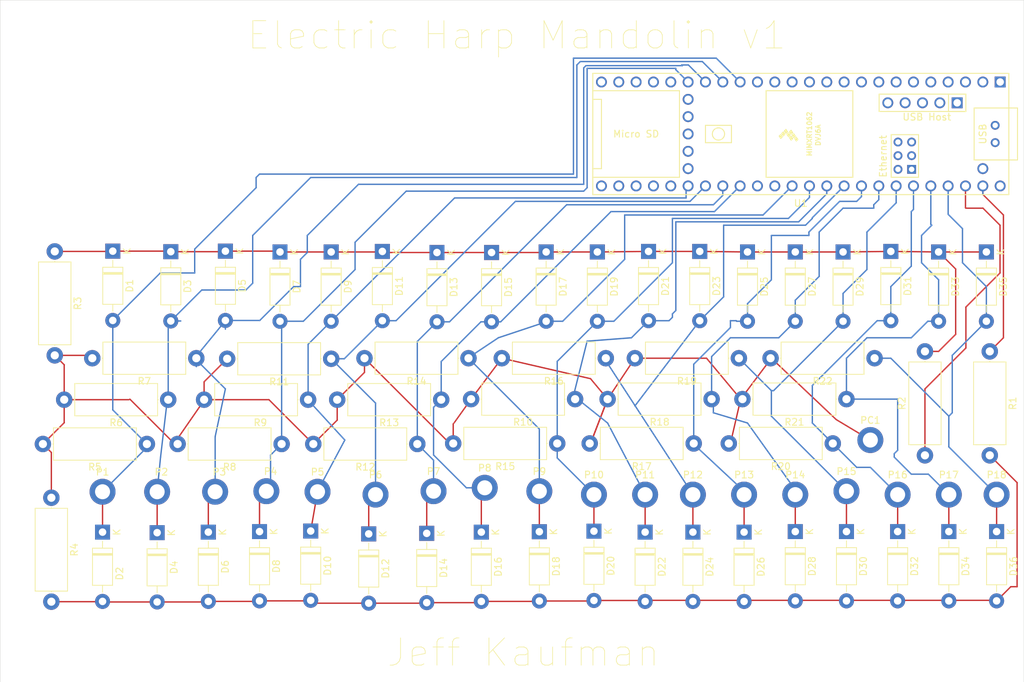
<source format=kicad_pcb>
(kicad_pcb (version 20240108) (generator "pcbnew") (generator_version "8.0")
  (layers (0 "F.Cu" signal) (31 "B.Cu" signal) (34 "B.Paste" user) (35 "F.Paste" user) (36 "B.SilkS" user "B.Silkscreen") (37 "F.SilkS" user "F.Silkscreen") (38 "B.Mask" user) (39 "F.Mask" user) (44 "Edge.Cuts" user))
  (net 0 "")
  (net 1 "Net-(D1-A)")
  (net 2 "Net-(D10-A)")
  (net 3 "Net-(R2-Pad1)")
  (net 4 "Net-(D21-A)")
  (net 6 "Net-(D25-A)")
  (net 12 "Net-(D27-A)")
  (net 13 "Net-(D29-A)")
  (net 14 "Net-(D31-A)")
  (net 17 "Net-(D33-A)")
  (net 22 "Net-(D35-A)")
  (net 32 "Net-(D1-K)")
  (net 33 "Net-(D3-A)")
  (net 34 "Net-(D5-A)")
  (net 35 "Net-(D7-A)")
  (net 36 "Net-(D10-K)")
  (net 37 "Net-(D11-A)")
  (net 38 "Net-(D13-A)")
  (net 39 "Net-(D15-A)")
  (net 40 "Net-(D17-A)")
  (net 41 "Net-(D19-A)")
  (net 44 "Net-(R1-Pad1)")
  (net 46 "Net-(PC1-Pad1)")
  (net 70 "Net-(D23-A)")
  (footprint "MountingHole:MountingHole_4mm" (layer "F.Cu") (at 51.5 159)
    (property "Reference" "REF**" (hide yes))
    (property "Value" "MountingHole_4mm" (hide yes))
  )
  (footprint "Diode_THT:D_DO-41_SOD81_P10.16mm_Horizontal" (layer "F.Cu") (at 162.5 142.42 -90)
    (property "Reference" "D28")
    (property "Value" "1N5819")
  )
  (footprint "Resistor_THT:R_Axial_DIN0414_L11.9mm_D4.5mm_P15.24mm_Horizontal" (layer "F.Cu") (at 110.62 123.08 180)
    (property "Reference" "R13")
    (property "Value" "1MΩ")
  )
  (footprint "MountingHole:MountingHole_2.2mm_M2_DIN965_Pad" (layer "F.Cu") (at 77.5 136.58)
    (property "Reference" "P3")
    (property "Value" "piezo")
  )
  (footprint "Resistor_THT:R_Axial_DIN0414_L11.9mm_D4.5mm_P15.24mm_Horizontal" (layer "F.Cu") (at 181.5 131.24 90)
    (property "Reference" "R2")
    (property "Value" "10kΩ")
  )
  (footprint "Diode_THT:D_DO-41_SOD81_P10.16mm_Horizontal" (layer "F.Cu") (at 87 101.42 -90)
    (property "Reference" "D7")
    (property "Value" "1N5819")
  )
  (footprint "Diode_THT:D_DO-41_SOD81_P10.16mm_Horizontal" (layer "F.Cu") (at 148.5 101.34 -90)
    (property "Reference" "D23")
    (property "Value" "1N5819")
  )
  (footprint "Diode_THT:D_DO-41_SOD81_P10.16mm_Horizontal" (layer "F.Cu") (at 133 142.36 -90)
    (property "Reference" "D20")
    (property "Value" "1N5819")
  )
  (footprint "Diode_THT:D_DO-41_SOD81_P10.16mm_Horizontal" (layer "F.Cu") (at 118 101.5 -90)
    (property "Reference" "D15")
    (property "Value" "1N5819")
  )
  (footprint "Resistor_THT:R_Axial_DIN0414_L11.9mm_D4.5mm_P15.24mm_Horizontal" (layer "F.Cu") (at 154.24 117 180)
    (property "Reference" "R19")
    (property "Value" "1MΩ")
  )
  (footprint "Diode_THT:D_DO-41_SOD81_P10.16mm_Horizontal" (layer "F.Cu") (at 61 142.5 -90)
    (property "Reference" "D2")
    (property "Value" "1N5819")
  )
  (footprint "Diode_THT:D_DO-41_SOD81_P10.16mm_Horizontal" (layer "F.Cu") (at 192 142.42 -90)
    (property "Reference" "D36")
    (property "Value" "1N5819")
  )
  (footprint "Teensy:Teensy41" (layer "F.Cu") (at 163.31 84.12 180)
    (property "Reference" "U1")
    (property "Value" "Teensy4.1")
  )
  (footprint "MountingHole:MountingHole_2.2mm_M2_DIN965_Pad" (layer "F.Cu") (at 185 137)
    (property "Reference" "P17")
    (property "Value" "piezo")
  )
  (footprint "Resistor_THT:R_Axial_DIN0414_L11.9mm_D4.5mm_P15.24mm_Horizontal" (layer "F.Cu") (at 70.62 123.08 180)
    (property "Reference" "R6")
    (property "Value" "1MΩ")
  )
  (footprint "Resistor_THT:R_Axial_DIN0414_L11.9mm_D4.5mm_P15.24mm_Horizontal" (layer "F.Cu") (at 130.24 123 180)
    (property "Reference" "R10")
    (property "Value" "1MΩ")
  )
  (footprint "Diode_THT:D_DO-41_SOD81_P10.16mm_Horizontal" (layer "F.Cu") (at 169.5 101.42 -90)
    (property "Reference" "D29")
    (property "Value" "1N5819")
  )
  (footprint "MountingHole:MountingHole_2.2mm_M2_DIN965_Pad" (layer "F.Cu") (at 101 137)
    (property "Reference" "P6")
    (property "Value" "piezo")
  )
  (footprint "Resistor_THT:R_Axial_DIN0414_L11.9mm_D4.5mm_P15.24mm_Horizontal" (layer "F.Cu") (at 114.62 117 180)
    (property "Reference" "R14")
    (property "Value" "1MΩ")
  )
  (footprint "MountingHole:MountingHole_4mm" (layer "F.Cu") (at 51.5 70)
    (property "Reference" "REF**" (hide yes))
    (property "Value" "MountingHole_4mm" (hide yes))
  )
  (footprint "Diode_THT:D_DO-41_SOD81_P10.16mm_Horizontal" (layer "F.Cu") (at 102 101.34 -90)
    (property "Reference" "D11")
    (property "Value" "1N5819")
  )
  (footprint "MountingHole:MountingHole_2.2mm_M2_DIN965_Pad" (layer "F.Cu") (at 170 136.5)
    (property "Reference" "P15")
    (property "Value" "piezo")
  )
  (footprint "Diode_THT:D_DO-41_SOD81_P10.16mm_Horizontal" (layer "F.Cu") (at 84 142.42 -90)
    (property "Reference" "D8")
    (property "Value" "1N5819")
  )
  (footprint "Diode_THT:D_DO-41_SOD81_P10.16mm_Horizontal" (layer "F.Cu") (at 100 142.76 -90)
    (property "Reference" "D12")
    (property "Value" "1N5819")
  )
  (footprint "Diode_THT:D_DO-41_SOD81_P10.16mm_Horizontal" (layer "F.Cu") (at 94.5 101.42 -90)
    (property "Reference" "D9")
    (property "Value" "1N5819")
  )
  (footprint "Diode_THT:D_DO-41_SOD81_P10.16mm_Horizontal" (layer "F.Cu") (at 162.5 101.42 -90)
    (property "Reference" "D27")
    (property "Value" "1N5819")
  )
  (footprint "MountingHole:MountingHole_2.2mm_M2_DIN965_Pad" (layer "F.Cu") (at 147.5 137)
    (property "Reference" "P12")
    (property "Value" "piezo")
  )
  (footprint "MountingHole:MountingHole_2.2mm_M2_DIN965_Pad" (layer "F.Cu") (at 155 137)
    (property "Reference" "P13")
    (property "Value" "piezo")
  )
  (footprint "Diode_THT:D_DO-41_SOD81_P10.16mm_Horizontal" (layer "F.Cu") (at 91.5 142.34 -90)
    (property "Reference" "D10")
    (property "Value" "1N5819")
  )
  (footprint "Diode_THT:D_DO-41_SOD81_P10.16mm_Horizontal" (layer "F.Cu") (at 133.5 101.42 -90)
    (property "Reference" "D19")
    (property "Value" "1N5819")
  )
  (footprint "MountingHole:MountingHole_2.2mm_M2_DIN965_Pad" (layer "F.Cu") (at 140.5 137)
    (property "Reference" "P11")
    (property "Value" "piezo")
  )
  (footprint "Resistor_THT:R_Axial_DIN0414_L11.9mm_D4.5mm_P15.24mm_Horizontal" (layer "F.Cu") (at 94.5 117.08 180)
    (property "Reference" "R11")
    (property "Value" "1MΩ")
  )
  (footprint "Diode_THT:D_DO-41_SOD81_P10.16mm_Horizontal" (layer "F.Cu") (at 108.5 142.68 -90)
    (property "Reference" "D14")
    (property "Value" "1N5819")
  )
  (footprint "Diode_THT:D_DO-41_SOD81_P10.16mm_Horizontal" (layer "F.Cu") (at 116.5 142.5 -90)
    (property "Reference" "D16")
    (property "Value" "1N5819")
  )
  (footprint "Resistor_THT:R_Axial_DIN0414_L11.9mm_D4.5mm_P15.24mm_Horizontal" (layer "F.Cu") (at 54 101.34 -90)
    (property "Reference" "R3")
    (property "Value" "10kΩ")
  )
  (footprint "MountingHole:MountingHole_2.2mm_M2_DIN965_Pad" (layer "F.Cu") (at 162.5 137)
    (property "Reference" "P14")
    (property "Value" "piezo")
  )
  (footprint "MountingHole:MountingHole_2.2mm_M2_DIN965_Pad" (layer "F.Cu") (at 125 136.5)
    (property "Reference" "P9")
    (property "Value" "piezo")
  )
  (footprint "Resistor_THT:R_Axial_DIN0414_L11.9mm_D4.5mm_P15.24mm_Horizontal" (layer "F.Cu") (at 74.74 117 180)
    (property "Reference" "R7")
    (property "Value" "1MΩ")
  )
  (footprint "Resistor_THT:R_Axial_DIN0414_L11.9mm_D4.5mm_P15.24mm_Horizontal" (layer "F.Cu") (at 174.12 117 180)
    (property "Reference" "R22")
    (property "Value" "1MΩ")
  )
  (footprint "Diode_THT:D_DO-41_SOD81_P10.16mm_Horizontal" (layer "F.Cu") (at 185 142.42 -90)
    (property "Reference" "D34")
    (property "Value" "1N5819")
  )
  (footprint "MountingHole:MountingHole_2.2mm_M2_DIN965_Pad" (layer "F.Cu") (at 109.5 136.5)
    (property "Reference" "P7")
    (property "Value" "piezo")
  )
  (footprint "Diode_THT:D_DO-41_SOD81_P10.16mm_Horizontal" (layer "F.Cu") (at 170 142.42 -90)
    (property "Reference" "D30")
    (property "Value" "1N5819")
  )
  (footprint "Diode_THT:D_DO-41_SOD81_P10.16mm_Horizontal" (layer "F.Cu") (at 177.5 142.42 -90)
    (property "Reference" "D32")
    (property "Value" "1N5819")
  )
  (footprint "Resistor_THT:R_Axial_DIN0414_L11.9mm_D4.5mm_P15.24mm_Horizontal" (layer "F.Cu") (at 87.24 129.58 180)
    (property "Reference" "R8")
    (property "Value" "1MΩ")
  )
  (footprint "MountingHole:MountingHole_4mm" (layer "F.Cu") (at 190.5 70)
    (property "Reference" "REF**" (hide yes))
    (property "Value" "MountingHole_4mm" (hide yes))
  )
  (footprint "Resistor_THT:R_Axial_DIN0414_L11.9mm_D4.5mm_P15.24mm_Horizontal" (layer "F.Cu") (at 127.62 129.5 180)
    (property "Reference" "R15")
    (property "Value" "1MΩ")
  )
  (footprint "Diode_THT:D_DO-41_SOD81_P10.16mm_Horizontal" (layer "F.Cu") (at 141 101.34 -90)
    (property "Reference" "D21")
    (property "Value" "1N5819")
  )
  (footprint "Resistor_THT:R_Axial_DIN0414_L11.9mm_D4.5mm_P15.24mm_Horizontal" (layer "F.Cu") (at 53.5 137.46 -90)
    (property "Reference" "R4")
    (property "Value" "10kΩ")
  )
  (footprint "Diode_THT:D_DO-41_SOD81_P10.16mm_Horizontal" (layer "F.Cu") (at 69 142.58 -90)
    (property "Reference" "D4")
    (property "Value" "1N5819")
  )
  (footprint "Diode_THT:D_DO-41_SOD81_P10.16mm_Horizontal" (layer "F.Cu") (at 155 142.5 -90)
    (property "Reference" "D26")
    (property "Value" "1N5819")
  )
  (footprint "Diode_THT:D_DO-41_SOD81_P10.16mm_Horizontal" (layer "F.Cu") (at 140.5 142.5 -90)
    (property "Reference" "D22")
    (property "Value" "1N5819")
  )
  (footprint "Diode_THT:D_DO-41_SOD81_P10.16mm_Horizontal" (layer "F.Cu") (at 176.5 101.34 -90)
    (property "Reference" "D31")
    (property "Value" "1N5819")
  )
  (footprint "MountingHole:MountingHole_2.2mm_M2_DIN965_Pad" (layer "F.Cu") (at 69 136.58)
    (property "Reference" "P2")
    (property "Value" "piezo")
  )
  (footprint "Diode_THT:D_DO-41_SOD81_P10.16mm_Horizontal" (layer "F.Cu") (at 147.5 142.5 -90)
    (property "Reference" "D24")
    (property "Value" "1N5819")
  )
  (footprint "MountingHole:MountingHole_4mm" (layer "F.Cu") (at 190.5 159)
    (property "Reference" "REF**" (hide yes))
    (property "Value" "MountingHole_4mm" (hide yes))
  )
  (footprint "Resistor_THT:R_Axial_DIN0414_L11.9mm_D4.5mm_P15.24mm_Horizontal" (layer "F.Cu") (at 91.12 123.08 180)
    (property "Reference" "R9")
    (property "Value" "1MΩ")
  )
  (footprint "Diode_THT:D_DO-41_SOD81_P10.16mm_Horizontal" (layer "F.Cu") (at 155.5 101.42 -90)
    (property "Reference" "D25")
    (property "Value" "1N5819")
  )
  (footprint "MountingHole:MountingHole_2.2mm_M2_DIN965_Pad" (layer "F.Cu") (at 117 136)
    (property "Reference" "P8")
    (property "Value" "piezo")
  )
  (footprint "Diode_THT:D_DO-41_SOD81_P10.16mm_Horizontal" (layer "F.Cu") (at 183.5 101.42 -90)
    (property "Reference" "D33")
    (property "Value" "1N5819")
  )
  (footprint "MountingHole:MountingHole_2.2mm_M2_DIN965_Pad" (layer "F.Cu") (at 92.5 136.58)
    (property "Reference" "P5")
    (property "Value" "piezo")
  )
  (footprint "MountingHole:MountingHole_2.2mm_M2_DIN965_Pad" (layer "F.Cu") (at 133 137)
    (property "Reference" "P10")
    (property "Value" "piezo")
  )
  (footprint "Diode_THT:D_DO-41_SOD81_P10.16mm_Horizontal" (layer "F.Cu") (at 126 101.42 -90)
    (property "Reference" "D17")
    (property "Value" "1N5819")
  )
  (footprint "MountingHole:MountingHole_2.2mm_M2_DIN965_Pad" (layer "F.Cu") (at 61 136.58)
    (property "Reference" "P1")
    (property "Value" "piezo")
  )
  (footprint "Resistor_THT:R_Axial_DIN0414_L11.9mm_D4.5mm_P15.24mm_Horizontal" (layer "F.Cu") (at 191 116 -90)
    (property "Reference" "R1")
    (property "Value" "10kΩ")
  )
  (footprint "Diode_THT:D_DO-41_SOD81_P10.16mm_Horizontal" (layer "F.Cu") (at 79 101.3 -90)
    (property "Reference" "D5")
    (property "Value" "1N5819")
  )
  (footprint "Resistor_THT:R_Axial_DIN0414_L11.9mm_D4.5mm_P15.24mm_Horizontal" (layer "F.Cu") (at 150.24 123 180)
    (property "Reference" "R18")
    (property "Value" "1MΩ")
  )
  (footprint "Resistor_THT:R_Axial_DIN0414_L11.9mm_D4.5mm_P15.24mm_Horizontal" (layer "F.Cu") (at 67.5 129.58 180)
    (property "Reference" "R5")
    (property "Value" "1MΩ")
  )
  (footprint "Resistor_THT:R_Axial_DIN0414_L11.9mm_D4.5mm_P15.24mm_Horizontal" (layer "F.Cu") (at 168 129.5 180)
    (property "Reference" "R20")
    (property "Value" "1MΩ")
  )
  (footprint "Diode_THT:D_DO-41_SOD81_P10.16mm_Horizontal" (layer "F.Cu") (at 71 101.38 -90)
    (property "Reference" "D3")
    (property "Value" "1N5819")
  )
  (footprint "Resistor_THT:R_Axial_DIN0414_L11.9mm_D4.5mm_P15.24mm_Horizontal" (layer "F.Cu") (at 134.74 117 180)
    (property "Reference" "R16")
    (property "Value" "1MΩ")
  )
  (footprint "Diode_THT:D_DO-41_SOD81_P10.16mm_Horizontal" (layer "F.Cu") (at 110 101.5 -90)
    (property "Reference" "D13")
    (property "Value" "1N5819")
  )
  (footprint "Diode_THT:D_DO-41_SOD81_P10.16mm_Horizontal" (layer "F.Cu") (at 190.5 101.42 -90)
    (property "Reference" "D35")
    (property "Value" "1N5819")
  )
  (footprint "Diode_THT:D_DO-41_SOD81_P10.16mm_Horizontal" (layer "F.Cu") (at 76.5 142.5 -90)
    (property "Reference" "D6")
    (property "Value" "1N5819")
  )
  (footprint "Resistor_THT:R_Axial_DIN0414_L11.9mm_D4.5mm_P15.24mm_Horizontal" (layer "F.Cu") (at 147.62 129.5 180)
    (property "Reference" "R17")
    (property "Value" "1MΩ")
  )
  (footprint "Diode_THT:D_DO-41_SOD81_P10.16mm_Horizontal" (layer "F.Cu") (at 62.5 101.3 -90)
    (property "Reference" "D1")
    (property "Value" "1N5819")
  )
  (footprint "Diode_THT:D_DO-41_SOD81_P10.16mm_Horizontal" (layer "F.Cu") (at 125 142.44 -90)
    (property "Reference" "D18")
    (property "Value" "1N5819")
  )
  (footprint "MountingHole:MountingHole_2.2mm_M2_DIN965_Pad" (layer "F.Cu") (at 85 136.5)
    (property "Reference" "P4")
    (property "Value" "piezo")
  )
  (footprint "MountingHole:MountingHole_2.2mm_M2_DIN965_Pad" (layer "F.Cu") (at 192 137)
    (property "Reference" "P18")
    (property "Value" "piezo")
  )
  (footprint "Resistor_THT:R_Axial_DIN0414_L11.9mm_D4.5mm_P15.24mm_Horizontal" (layer "F.Cu") (at 107.12 129.58 180)
    (property "Reference" "R12")
    (property "Value" "1MΩ")
  )
  (footprint "MountingHole:MountingHole_2.2mm_M2_DIN965_Pad" (layer "F.Cu") (at 177.5 137)
    (property "Reference" "P16")
    (property "Value" "piezo")
  )
  (footprint "Resistor_THT:R_Axial_DIN0414_L11.9mm_D4.5mm_P15.24mm_Horizontal" (layer "F.Cu") (at 170 123 180)
    (property "Reference" "R21")
    (property "Value" "1MΩ")
  )
  (footprint "MountingHole:MountingHole_2.2mm_M2_DIN965_Pad" (layer "F.Cu") (at 173.5 129)
    (property "Reference" "PC1")
    (property "Value" "piezo ground")
  )
  (gr_line (start 71.5 129.5) (end 65 123) (stroke (width 0.2)) (layer "F.Cu") (net 46))
  (gr_line (start 154.5 123) (end 153 129.5) (stroke (width 0.2)) (layer "F.Cu") (net 46))
  (gr_line (start 177 152.5) (end 185 152.5) (stroke (width 0.2)) (layer "F.Cu") (net 2))
  (gr_line (start 185 152.5) (end 192 152.5) (stroke (width 0.2)) (layer "F.Cu") (net 2))
  (gr_line (start 115 123) (end 119.5 117) (stroke (width 0.2)) (layer "F.Cu") (net 46))
  (gr_line (start 154.5 152.5) (end 162.5 152.5) (stroke (width 0.2)) (layer "F.Cu") (net 2))
  (gr_line (start 162.5 152.5) (end 169.5 152.5) (stroke (width 0.2)) (layer "F.Cu") (net 2))
  (gr_line (start 71.5 129.5) (end 76 123) (stroke (width 0.2)) (layer "F.Cu") (net 46))
  (gr_line (start 185 142.42) (end 185 137) (stroke (width 0.2)) (layer "F.Cu") (net 17))
  (gr_line (start 169.5 152.5) (end 177 152.5) (stroke (width 0.2)) (layer "F.Cu") (net 2))
  (gr_line (start 170 142.42) (end 170 136.5) (stroke (width 0.2)) (layer "F.Cu") (net 13))
  (gr_line (start 154.5 123) (end 149.5 117) (stroke (width 0.2)) (layer "F.Cu") (net 46))
  (gr_line (start 192 142.42) (end 192 137) (stroke (width 0.2)) (layer "F.Cu") (net 22))
  (gr_line (start 119.5 117) (end 132.5 120) (stroke (width 0.2)) (layer "F.Cu") (net 46))
  (gr_line (start 141 101.34) (end 148.5 101.34) (stroke (width 0.2)) (layer "F.Cu") (net 32))
  (gr_line (start 155 142.5) (end 155 137) (stroke (width 0.2)) (layer "F.Cu") (net 6))
  (gr_line (start 91.5 142.34) (end 92.5 136.58) (stroke (width 0.2)) (layer "F.Cu") (net 36))
  (gr_line (start 140 152.5) (end 148 152.5) (stroke (width 0.2)) (layer "F.Cu") (net 2))
  (gr_line (start 132.5 129.5) (end 135 123) (stroke (width 0.2)) (layer "F.Cu") (net 46))
  (gr_line (start 148.5 101.34) (end 155.5 101.42) (stroke (width 0.2)) (layer "F.Cu") (net 32))
  (gr_line (start 162.5 142.42) (end 162.5 137) (stroke (width 0.2)) (layer "F.Cu") (net 12))
  (gr_line (start 155.5 101.42) (end 162.5 101.42) (stroke (width 0.2)) (layer "F.Cu") (net 32))
  (gr_line (start 140.5 142.5) (end 140.5 137) (stroke (width 0.2)) (layer "F.Cu") (net 4))
  (gr_line (start 147.5 142.5) (end 147.5 137) (stroke (width 0.2)) (layer "F.Cu") (net 70))
  (gr_line (start 139 117) (end 135 123) (stroke (width 0.2)) (layer "F.Cu") (net 46))
  (gr_line (start 169.5 101.42) (end 176.5 101.34) (stroke (width 0.2)) (layer "F.Cu") (net 32))
  (gr_line (start 176.5 101.34) (end 183.5 101.42) (stroke (width 0.2)) (layer "F.Cu") (net 32))
  (gr_line (start 149.5 117) (end 139 117) (stroke (width 0.2)) (layer "F.Cu") (net 46))
  (gr_line (start 148 152.5) (end 154.5 152.5) (stroke (width 0.2)) (layer "F.Cu") (net 2))
  (gr_line (start 177.5 142.42) (end 177.5 137) (stroke (width 0.2)) (layer "F.Cu") (net 14))
  (gr_line (start 168.5 126) (end 173.5 129) (stroke (width 0.2)) (layer "F.Cu") (net 46))
  (gr_line (start 159 117) (end 168.5 126) (stroke (width 0.2)) (layer "F.Cu") (net 46))
  (gr_line (start 135 123) (end 132.5 129.5) (stroke (width 0.2)) (layer "F.Cu") (net 46))
  (gr_line (start 112.5 126.5) (end 115 123) (stroke (width 0.2)) (layer "F.Cu") (net 46))
  (gr_line (start 162.5 101.42) (end 169.5 101.42) (stroke (width 0.2)) (layer "F.Cu") (net 32))
  (gr_line (start 133.5 101.42) (end 141 101.34) (stroke (width 0.2)) (layer "F.Cu") (net 32))
  (gr_line (start 132.5 120) (end 135 123) (stroke (width 0.2)) (layer "F.Cu") (net 46))
  (gr_line (start 183.5 101.42) (end 190.5 101.42) (stroke (width 0.2)) (layer "F.Cu") (net 32))
  (gr_line (start 159 117) (end 154.5 123) (stroke (width 0.2)) (layer "F.Cu") (net 46))
  (gr_line (start 138.5 114) (end 141 111.5) (stroke (width 0.2)) (layer "B.Cu") (net 4))
  (gr_line (start 114.5 117) (end 119 114) (stroke (width 0.2)) (layer "B.Cu") (net 40))
  (gr_line (start 119 114) (end 126.5 111.5) (stroke (width 0.2)) (layer "B.Cu") (net 40))
  (gr_line (start 130 122.5) (end 132 114.5) (stroke (width 0.2)) (layer "B.Cu") (net 4))
  (gr_line (start 68.5 137) (end 69 136.5) (stroke (width 0.2)) (layer "B.Cu") (net 33))
  (gr_line (start 163 137) (end 155.5 126.5) (stroke (width 0.2)) (layer "B.Cu") (net 12))
  (gr_line (start 155.5 126.5) (end 150.5 125) (stroke (width 0.2)) (layer "B.Cu") (net 12))
  (gr_line (start 69.5 131.5) (end 70.5 123) (stroke (width 0.2)) (layer "B.Cu") (net 33))
  (gr_line (start 77.5 128.5) (end 79 121.5) (stroke (width 0.2)) (layer "B.Cu") (net 34))
  (gr_line (start 139 124) (end 148.5 111.5) (stroke (width 0.2)) (layer "B.Cu") (net 70))
  (gr_line (start 147.5 137) (end 134.5 117) (stroke (width 0.2)) (layer "B.Cu") (net 70))
  (gr_line (start 150.5 125) (end 150.5 123) (stroke (width 0.2)) (layer "B.Cu") (net 12))
  (gr_line (start 74.5 117) (end 79 111.5) (stroke (width 0.2)) (layer "B.Cu") (net 34))
  (gr_line (start 155 136.5) (end 147.5 129.5) (stroke (width 0.2)) (layer "B.Cu") (net 6))
  (gr_line (start 96.5 129) (end 91 123) (stroke (width 0.2)) (layer "B.Cu") (net 36))
  (gr_line (start 92.5 136.5) (end 96.5 129) (stroke (width 0.2)) (layer "B.Cu") (net 36))
  (gr_line (start 79 121.5) (end 74.5 117) (stroke (width 0.2)) (layer "B.Cu") (net 34))
  (gr_line (start 135 126.5) (end 130 122.5) (stroke (width 0.2)) (layer "B.Cu") (net 4))
  (gr_line (start 69 136.5) (end 69.5 131.5) (stroke (width 0.2)) (layer "B.Cu") (net 33))
  (gr_line (start 132 114.5) (end 138.5 114) (stroke (width 0.2)) (layer "B.Cu") (net 4))
  (gr_line (start 140.5 137) (end 135 126.5) (stroke (width 0.2)) (layer "B.Cu") (net 4))
  (gr_rect (start 46 64.5) (end 196 164.5) (stroke (width 0.05)) (fill none) (layer "Edge.Cuts"))
  (gr_text "Electric Harp Mandolin v1" (at 82 72 0) (layer "F.SilkS") (effects (font (size 4 4) (thickness 0.1)) (justify left bottom)))
  (gr_text "Jeff Kaufman" (at 102.5 162.5 0) (layer "F.SilkS") (effects (font (size 4 4) (thickness 0.1)) (justify left bottom)))
  (segment (start 61 142.5) (end 61 136.58) (width 0.2) (layer "F.Cu") (net 1))
  (segment (start 84 90) (end 83.5 90.5) (width 0.2) (layer "B.Cu") (net 1))
  (segment (start 83.5 90.5) (end 83.5 92) (width 0.2) (layer "B.Cu") (net 1))
  (segment (start 69.46 104.5) (end 62.5 111.46) (width 0.2) (layer "B.Cu") (net 1))
  (segment (start 150.92 73) (end 130 73) (width 0.2) (layer "B.Cu") (net 1))
  (segment (start 154.42 76.5) (end 150.92 73) (width 0.2) (layer "B.Cu") (net 1))
  (segment (start 74.5 104.5) (end 69.46 104.5) (width 0.2) (layer "B.Cu") (net 1))
  (segment (start 67.5 130.08) (end 67.5 129.58) (width 0.2) (layer "B.Cu") (net 1))
  (segment (start 83.5 92) (end 74.5 101) (width 0.2) (layer "B.Cu") (net 1))
  (segment (start 62.5 124.58) (end 62.5 111.46) (width 0.2) (layer "B.Cu") (net 1))
  (segment (start 67.5 129.58) (end 62.5 124.58) (width 0.2) (layer "B.Cu") (net 1))
  (segment (start 74.5 101) (end 74.5 104.5) (width 0.2) (layer "B.Cu") (net 1))
  (segment (start 130 73) (end 130 90) (width 0.2) (layer "B.Cu") (net 1))
  (segment (start 61 136.58) (end 67.5 130.08) (width 0.2) (layer "B.Cu") (net 1))
  (segment (start 130 90) (end 84 90) (width 0.2) (layer "B.Cu") (net 1))
  (segment (start 60.96 152.7) (end 61 152.66) (width 0.2) (layer "F.Cu") (net 2))
  (segment (start 83.92 152.66) (end 84 152.58) (width 0.2) (layer "F.Cu") (net 2))
  (segment (start 100 152.92) (end 108.42 152.92) (width 0.2) (layer "F.Cu") (net 2))
  (segment (start 191 131.24) (end 195 135.24) (width 0.2) (layer "F.Cu") (net 2))
  (segment (start 91.5 152.5) (end 92 152.5) (width 0.2) (layer "F.Cu") (net 2))
  (segment (start 61.84 152.66) (end 61.92 152.74) (width 0.2) (layer "F.Cu") (net 2))
  (segment (start 116.5 152.66) (end 124.94 152.66) (width 0.2) (layer "F.Cu") (net 2))
  (segment (start 92.42 152.92) (end 100 152.92) (width 0.2) (layer "F.Cu") (net 2))
  (segment (start 53.5 152.7) (end 60.96 152.7) (width 0.2) (layer "F.Cu") (net 2))
  (segment (start 195 150.5) (end 194.08 150.5) (width 0.2) (layer "F.Cu") (net 2))
  (segment (start 69 152.74) (end 76.42 152.74) (width 0.2) (layer "F.Cu") (net 2))
  (segment (start 108.42 152.92) (end 108.5 152.84) (width 0.2) (layer "F.Cu") (net 2))
  (segment (start 84 152.58) (end 91.42 152.58) (width 0.2) (layer "F.Cu") (net 2))
  (segment (start 133 152.52) (end 141.32 152.52) (width 0.2) (layer "F.Cu") (net 2))
  (segment (start 92 152.5) (end 92.42 152.92) (width 0.2) (layer "F.Cu") (net 2))
  (segment (start 132.92 152.6) (end 133 152.52) (width 0.2) (layer "F.Cu") (net 2))
  (segment (start 76.5 152.66) (end 83.92 152.66) (width 0.2) (layer "F.Cu") (net 2))
  (segment (start 91.42 152.58) (end 91.5 152.5) (width 0.2) (layer "F.Cu") (net 2))
  (segment (start 61 152.66) (end 61.84 152.66) (width 0.2) (layer "F.Cu") (net 2))
  (segment (start 195 135.24) (end 195 150.5) (width 0.2) (layer "F.Cu") (net 2))
  (segment (start 108.5 152.84) (end 116.32 152.84) (width 0.2) (layer "F.Cu") (net 2))
  (segment (start 61.92 152.74) (end 69 152.74) (width 0.2) (layer "F.Cu") (net 2))
  (segment (start 76.42 152.74) (end 76.5 152.66) (width 0.2) (layer "F.Cu") (net 2))
  (segment (start 124.94 152.66) (end 125 152.6) (width 0.2) (layer "F.Cu") (net 2))
  (segment (start 116.32 152.84) (end 116.5 152.66) (width 0.2) (layer "F.Cu") (net 2))
  (segment (start 194.08 150.5) (end 192 152.58) (width 0.2) (layer "F.Cu") (net 2))
  (segment (start 125 152.6) (end 132.92 152.6) (width 0.2) (layer "F.Cu") (net 2))
  (segment (start 141.32 152.52) (end 141.5 152.7) (width 0.2) (layer "F.Cu") (net 2))
  (segment (start 187.5 109.5) (end 192.5 104.5) (width 0.2) (layer "F.Cu") (net 3))
  (segment (start 187.5 115.5) (end 187.5 109.5) (width 0.2) (layer "F.Cu") (net 3))
  (segment (start 187.44 94.94) (end 187.44 91.74) (width 0.2) (layer "F.Cu") (net 3))
  (segment (start 190 95) (end 187.5 95) (width 0.2) (layer "F.Cu") (net 3))
  (segment (start 181.5 131.24) (end 181.5 121.5) (width 0.2) (layer "F.Cu") (net 3))
  (segment (start 181.5 121.5) (end 187.5 115.5) (width 0.2) (layer "F.Cu") (net 3))
  (segment (start 192.5 97.5) (end 190 95) (width 0.2) (layer "F.Cu") (net 3))
  (segment (start 187.5 95) (end 187.44 94.94) (width 0.2) (layer "F.Cu") (net 3))
  (segment (start 192.5 104.5) (end 192.5 97.5) (width 0.2) (layer "F.Cu") (net 3))
  (segment (start 163 97) (end 167.12 92.88) (width 0.2) (layer "B.Cu") (net 4))
  (segment (start 144.5 110.5) (end 145 110) (width 0.2) (layer "B.Cu") (net 4))
  (segment (start 144.5 111) (end 144.5 110.5) (width 0.2) (layer "B.Cu") (net 4))
  (segment (start 145 110) (end 145 97) (width 0.2) (layer "B.Cu") (net 4))
  (segment (start 144 111.5) (end 144.5 111) (width 0.2) (layer "B.Cu") (net 4))
  (segment (start 141 111.5) (end 144 111.5) (width 0.2) (layer "B.Cu") (net 4))
  (segment (start 167.12 92.88) (end 167.12 91.74) (width 0.2) (layer "B.Cu") (net 4))
  (segment (start 145 97) (end 163 97) (width 0.2) (layer "B.Cu") (net 4))
  (segment (start 155.5 111.58) (end 155.5 109) (width 0.2) (layer "B.Cu") (net 6))
  (segment (start 153 111.5) (end 153.84 111.5) (width 0.2) (layer "B.Cu") (net 6))
  (segment (start 172.2 93.3) (end 172.2 91.74) (width 0.2) (layer "B.Cu") (net 6))
  (segment (start 159 105.5) (end 159 99) (width 0.2) (layer "B.Cu") (net 6))
  (segment (start 155.5 109) (end 159 105.5) (width 0.2) (layer "B.Cu") (net 6))
  (segment (start 171.5 94) (end 172.2 93.3) (width 0.2) (layer "B.Cu") (net 6))
  (segment (start 159 99) (end 164.5 99) (width 0.2) (layer "B.Cu") (net 6))
  (segment (start 147.62 129.5) (end 147.62 117.88) (width 0.2) (layer "B.Cu") (net 6))
  (segment (start 153.92 111.58) (end 155.5 111.58) (width 0.2) (layer "B.Cu") (net 6))
  (segment (start 164.5 99) (end 164.5 98.5) (width 0.2) (layer "B.Cu") (net 6))
  (segment (start 153.84 111.5) (end 153.92 111.58) (width 0.2) (layer "B.Cu") (net 6))
  (segment (start 169 94) (end 171.5 94) (width 0.2) (layer "B.Cu") (net 6))
  (segment (start 164.5 98.5) (end 169 94) (width 0.2) (layer "B.Cu") (net 6))
  (segment (start 153 112.5) (end 153 111.5) (width 0.2) (layer "B.Cu") (net 6))
  (segment (start 147.62 117.88) (end 153 112.5) (width 0.2) (layer "B.Cu") (net 6))
  (segment (start 150.24 116.76) (end 153 114) (width 0.2) (layer "B.Cu") (net 12))
  (segment (start 162.5 111.58) (end 162.5 108.5) (width 0.2) (layer "B.Cu") (net 12))
  (segment (start 174 95) (end 174 94.5) (width 0.2) (layer "B.Cu") (net 12))
  (segment (start 150.24 123) (end 150.24 116.76) (width 0.2) (layer "B.Cu") (net 12))
  (segment (start 160.08 114) (end 162.5 111.58) (width 0.2) (layer "B.Cu") (net 12))
  (segment (start 166 105) (end 166 98.5) (width 0.2) (layer "B.Cu") (net 12))
  (segment (start 174 94.5) (end 174.74 93.76) (width 0.2) (layer "B.Cu") (net 12))
  (segment (start 169.5 95) (end 174 95) (width 0.2) (layer "B.Cu") (net 12))
  (segment (start 153 114) (end 160.08 114) (width 0.2) (layer "B.Cu") (net 12))
  (segment (start 166 98.5) (end 169.5 95) (width 0.2) (layer "B.Cu") (net 12))
  (segment (start 162.5 108.5) (end 166 105) (width 0.2) (layer "B.Cu") (net 12))
  (segment (start 174.74 93.76) (end 174.74 91.74) (width 0.2) (layer "B.Cu") (net 12))
  (segment (start 159 125.5) (end 159 121.76) (width 0.2) (layer "B.Cu") (net 13))
  (segment (start 173 98.5) (end 177.28 94.22) (width 0.2) (layer "B.Cu") (net 13))
  (segment (start 173 104) (end 173 98.5) (width 0.2) (layer "B.Cu") (net 13))
  (segment (start 169.5 111.58) (end 169.5 107.5) (width 0.2) (layer "B.Cu") (net 13))
  (segment (start 169.5 107.5) (end 173 104) (width 0.2) (layer "B.Cu") (net 13))
  (segment (start 159 121.76) (end 154.24 117) (width 0.2) (layer "B.Cu") (net 13))
  (segment (start 170 136.5) (end 159 125.5) (width 0.2) (layer "B.Cu") (net 13))
  (segment (start 159.32 121.76) (end 169.5 111.58) (width 0.2) (layer "B.Cu") (net 13))
  (segment (start 177.28 94.22) (end 177.28 91.74) (width 0.2) (layer "B.Cu") (net 13))
  (segment (start 159 121.76) (end 159.32 121.76) (width 0.2) (layer "B.Cu") (net 13))
  (segment (start 179.82 95.18) (end 179.82 91.74) (width 0.2) (layer "B.Cu") (net 14))
  (segment (start 176.5 106.5) (end 179.5 103.5) (width 0.2) (layer "B.Cu") (net 14))
  (segment (start 179.5 95.5) (end 179.82 95.18) (width 0.2) (layer "B.Cu") (net 14))
  (segment (start 173.5 133) (end 171.5 133) (width 0.2) (layer "B.Cu") (net 14))
  (segment (start 171.5 133) (end 168 129.5) (width 0.2) (layer "B.Cu") (net 14))
  (segment (start 174.5 111.5) (end 176.5 111.5) (width 0.2) (layer "B.Cu") (net 14))
  (segment (start 165 121) (end 174.5 111.5) (width 0.2) (layer "B.Cu") (net 14))
  (segment (start 177.5 137) (end 173.5 133) (width 0.2) (layer "B.Cu") (net 14))
  (segment (start 165 126.5) (end 165 121) (width 0.2) (layer "B.Cu") (net 14))
  (segment (start 179.5 103.5) (end 179.5 95.5) (width 0.2) (layer "B.Cu") (net 14))
  (segment (start 168 129.5) (end 165 126.5) (width 0.2) (layer "B.Cu") (net 14))
  (segment (start 176.5 111.5) (end 176.5 106.5) (width 0.2) (layer "B.Cu") (net 14))
  (segment (start 181 103) (end 181 99) (width 0.2) (layer "B.Cu") (net 17))
  (segment (start 173 114) (end 179.5 114) (width 0.2) (layer "B.Cu") (net 17))
  (segment (start 185 137) (end 182 134) (width 0.2) (layer "B.Cu") (net 17))
  (segment (start 182.36 97.36) (end 182.36 91.74) (width 0.2) (layer "B.Cu") (net 17))
  (segment (start 177.5 130.5) (end 177.5 123) (width 0.2) (layer "B.Cu") (net 17))
  (segment (start 182.5 97.5) (end 182.36 97.36) (width 0.2) (layer "B.Cu") (net 17))
  (segment (start 179.5 114) (end 181.92 111.58) (width 0.2) (layer "B.Cu") (net 17))
  (segment (start 182 134) (end 179.5 134) (width 0.2) (layer "B.Cu") (net 17))
  (segment (start 181.92 111.58) (end 183.5 111.58) (width 0.2) (layer "B.Cu") (net 17))
  (segment (start 177 131) (end 177.5 130.5) (width 0.2) (layer "B.Cu") (net 17))
  (segment (start 179.5 134) (end 177 131.5) (width 0.2) (layer "B.Cu") (net 17))
  (segment (start 183.5 105.5) (end 181 103) (width 0.2) (layer "B.Cu") (net 17))
  (segment (start 181 99) (end 182.5 97.5) (width 0.2) (layer "B.Cu") (net 17))
  (segment (start 183.5 111.58) (end 183.5 105.5) (width 0.2) (layer "B.Cu") (net 17))
  (segment (start 170 123) (end 170 117) (width 0.2) (layer "B.Cu") (net 17))
  (segment (start 177 131.5) (end 177 131) (width 0.2) (layer "B.Cu") (net 17))
  (segment (start 170 117) (end 173 114) (width 0.2) (layer "B.Cu") (net 17))
  (segment (start 177.5 123) (end 170 123) (width 0.2) (layer "B.Cu") (net 17))
  (segment (start 190.5 106.5) (end 187 103) (width 0.2) (layer "B.Cu") (net 22))
  (segment (start 185.5 125) (end 185.5 116.58) (width 0.2) (layer "B.Cu") (net 22))
  (segment (start 184.9 95.9) (end 184.9 91.74) (width 0.2) (layer "B.Cu") (net 22))
  (segment (start 187 103) (end 187 98) (width 0.2) (layer "B.Cu") (net 22))
  (segment (start 185.5 116.58) (end 190.5 111.58) (width 0.2) (layer "B.Cu") (net 22))
  (segment (start 185 125.5) (end 176.5 117) (width 0.2) (layer "B.Cu") (net 22))
  (segment (start 176.5 117) (end 174.12 117) (width 0.2) (layer "B.Cu") (net 22))
  (segment (start 185 125.5) (end 185.5 125) (width 0.2) (layer "B.Cu") (net 22))
  (segment (start 185 130) (end 185 125.5) (width 0.2) (layer "B.Cu") (net 22))
  (segment (start 187 98) (end 184.9 95.9) (width 0.2) (layer "B.Cu") (net 22))
  (segment (start 190.5 111.58) (end 190.5 106.5) (width 0.2) (layer "B.Cu") (net 22))
  (segment (start 192 137) (end 185 130) (width 0.2) (layer "B.Cu") (net 22))
  (segment (start 118 101.5) (end 125.92 101.5) (width 0.2) (layer "F.Cu") (net 32))
  (segment (start 87 101.42) (end 94.5 101.42) (width 0.2) (layer "F.Cu") (net 32))
  (segment (start 94.5 101.42) (end 101.92 101.42) (width 0.2) (layer "F.Cu") (net 32))
  (segment (start 110 101.5) (end 118 101.5) (width 0.2) (layer "F.Cu") (net 32))
  (segment (start 181.5 116) (end 183.5 116) (width 0.2) (layer "F.Cu") (net 32))
  (segment (start 54 101.34) (end 62.46 101.34) (width 0.2) (layer "F.Cu") (net 32))
  (segment (start 62.5 101.3) (end 70.92 101.3) (width 0.2) (layer "F.Cu") (net 32))
  (segment (start 186 103.92) (end 183.5 101.42) (width 0.2) (layer "F.Cu") (net 32))
  (segment (start 71 101.38) (end 78.92 101.38) (width 0.2) (layer "F.Cu") (net 32))
  (segment (start 101.92 101.42) (end 102 101.34) (width 0.2) (layer "F.Cu") (net 32))
  (segment (start 78.92 101.38) (end 79 101.3) (width 0.2) (layer "F.Cu") (net 32))
  (segment (start 102.84 101.34) (end 103 101.5) (width 0.2) (layer "F.Cu") (net 32))
  (segment (start 103 101.5) (end 110 101.5) (width 0.2) (layer "F.Cu") (net 32))
  (segment (start 62.46 101.34) (end 62.5 101.3) (width 0.2) (layer "F.Cu") (net 32))
  (segment (start 186 113.5) (end 186 103.92) (width 0.2) (layer "F.Cu") (net 32))
  (segment (start 125.92 101.5) (end 126 101.42) (width 0.2) (layer "F.Cu") (net 32))
  (segment (start 70.92 101.3) (end 71 101.38) (width 0.2) (layer "F.Cu") (net 32))
  (segment (start 126 101.42) (end 133.5 101.42) (width 0.2) (layer "F.Cu") (net 32))
  (segment (start 102 101.34) (end 102.84 101.34) (width 0.2) (layer "F.Cu") (net 32))
  (segment (start 79 101.3) (end 86.88 101.3) (width 0.2) (layer "F.Cu") (net 32))
  (segment (start 86.88 101.3) (end 87 101.42) (width 0.2) (layer "F.Cu") (net 32))
  (segment (start 183.5 116) (end 186 113.5) (width 0.2) (layer "F.Cu") (net 32))
  (segment (start 69 142.58) (end 69 136.58) (width 0.2) (layer "F.Cu") (net 33))
  (segment (start 83 106) (end 82 107) (width 0.2) (layer "B.Cu") (net 33))
  (segment (start 130.5 74) (end 130.5 90.5) (width 0.2) (layer "B.Cu") (net 33))
  (segment (start 91.5 90.5) (end 83 99) (width 0.2) (layer "B.Cu") (net 33))
  (segment (start 130.5 90.5) (end 91.5 90.5) (width 0.2) (layer "B.Cu") (net 33))
  (segment (start 148.88 73.5) (end 131 73.5) (width 0.2) (layer "B.Cu") (net 33))
  (segment (start 75.54 107) (end 71 111.54) (width 0.2) (layer "B.Cu") (net 33))
  (segment (start 82 107) (end 75.54 107) (width 0.2) (layer "B.Cu") (net 33))
  (segment (start 151.88 76.5) (end 148.88 73.5) (width 0.2) (layer "B.Cu") (net 33))
  (segment (start 131 73.5) (end 130.5 74) (width 0.2) (layer "B.Cu") (net 33))
  (segment (start 70.62 123.08) (end 70.62 111.92) (width 0.2) (layer "B.Cu") (net 33))
  (segment (start 69 136.58) (end 69.5 136.08) (width 0.2) (layer "B.Cu") (net 33))
  (segment (start 72.46 111.54) (end 71 111.54) (width 0.2) (layer "B.Cu") (net 33))
  (segment (start 83 99) (end 83 106) (width 0.2) (layer "B.Cu") (net 33))
  (segment (start 76.5 137.58) (end 77.5 136.58) (width 0.2) (layer "F.Cu") (net 34))
  (segment (start 76.5 142.5) (end 76.5 137.58) (width 0.2) (layer "F.Cu") (net 34))
  (segment (start 145.955635 74.1) (end 131.834315 74.1) (width 0.2) (layer "B.Cu") (net 34))
  (segment (start 89 106.5) (end 84.04 111.46) (width 0.2) (layer "B.Cu") (net 34))
  (segment (start 79 112.74) (end 79 111.46) (width 0.2) (layer "B.Cu") (net 34))
  (segment (start 77.5 136.58) (end 77.5 128.5) (width 0.2) (layer "B.Cu") (net 34))
  (segment (start 84.04 111.46) (end 79 111.46) (width 0.2) (layer "B.Cu") (net 34))
  (segment (start 131.5 91.5) (end 98.5 91.5) (width 0.2) (layer "B.Cu") (net 34))
  (segment (start 91 101.5) (end 90 102.5) (width 0.2) (layer "B.Cu") (net 34))
  (segment (start 98.5 91.5) (end 91 99) (width 0.2) (layer "B.Cu") (net 34))
  (segment (start 131.5 74.434315) (end 131.5 91.5) (width 0.2) (layer "B.Cu") (net 34))
  (segment (start 90 102.5) (end 90 106.5) (width 0.2) (layer "B.Cu") (net 34))
  (segment (start 91 99) (end 91 101.5) (width 0.2) (layer "B.Cu") (net 34))
  (segment (start 146.84 74) (end 145.855635 74) (width 0.2) (layer "B.Cu") (net 34))
  (segment (start 131.834315 74.1) (end 131.5 74.434315) (width 0.2) (layer "B.Cu") (net 34))
  (segment (start 74.74 118.24) (end 74.74 117) (width 0.2) (layer "B.Cu") (net 34))
  (segment (start 145.855635 74) (end 145.955635 74.1) (width 0.2) (layer "B.Cu") (net 34))
  (segment (start 77.5 136.58) (end 78.5 135.58) (width 0.2) (layer "B.Cu") (net 34))
  (segment (start 149.34 76.5) (end 146.84 74) (width 0.2) (layer "B.Cu") (net 34))
  (segment (start 90 106.5) (end 89 106.5) (width 0.2) (layer "B.Cu") (net 34))
  (segment (start 84 142.42) (end 84 137.5) (width 0.2) (layer "F.Cu") (net 35))
  (segment (start 84 137.5) (end 85 136.5) (width 0.2) (layer "F.Cu") (net 35))
  (segment (start 85.62 136.5) (end 85.62 131.2) (width 0.2) (layer "B.Cu") (net 35))
  (segment (start 98 104) (end 90.42 111.58) (width 0.2) (layer "B.Cu") (net 35))
  (segment (start 90.42 111.58) (end 87 111.58) (width 0.2) (layer "B.Cu") (net 35))
  (segment (start 131.5 92.5) (end 105.5 92.5) (width 0.2) (layer "B.Cu") (net 35))
  (segment (start 132 74.5) (end 132 92) (width 0.2) (layer "B.Cu") (net 35))
  (segment (start 85.62 131.2) (end 87.24 129.58) (width 0.2) (layer "B.Cu") (net 35))
  (segment (start 105.5 92.5) (end 98 100) (width 0.2) (layer "B.Cu") (net 35))
  (segment (start 98 100) (end 98 104) (width 0.2) (layer "B.Cu") (net 35))
  (segment (start 86.62 111.96) (end 87 111.58) (width 0.2) (layer "B.Cu") (net 35))
  (segment (start 145 74.5) (end 132 74.5) (width 0.2) (layer "B.Cu") (net 35))
  (segment (start 145 74.7) (end 145 74.5) (width 0.2) (layer "B.Cu") (net 35))
  (segment (start 132 92) (end 131.5 92.5) (width 0.2) (layer "B.Cu") (net 35))
  (segment (start 87.24 129.58) (end 87.24 111.96) (width 0.2) (layer "B.Cu") (net 35))
  (segment (start 146.8 76.5) (end 145 74.7) (width 0.2) (layer "B.Cu") (net 35))
  (segment (start 112.58 93.5) (end 146.5 93.5) (width 0.2) (layer "B.Cu") (net 36))
  (segment (start 146.5 93.5) (end 146.5 92.04) (width 0.2) (layer "B.Cu") (net 36))
  (segment (start 91.12 114.96) (end 94.5 111.58) (width 0.2) (layer "B.Cu") (net 36))
  (segment (start 146.5 92.04) (end 146.8 91.74) (width 0.2) (layer "B.Cu") (net 36))
  (segment (start 94.5 111.58) (end 112.58 93.5) (width 0.2) (layer "B.Cu") (net 36))
  (segment (start 91.12 123.08) (end 91.12 114.96) (width 0.2) (layer "B.Cu") (net 36))
  (segment (start 100 138) (end 101 137) (width 0.2) (layer "F.Cu") (net 37))
  (segment (start 100 142.76) (end 100 138) (width 0.2) (layer "F.Cu") (net 37))
  (segment (start 101 137) (end 101 123.58) (width 0.2) (layer "B.Cu") (net 37))
  (segment (start 104 111.5) (end 121.5 94) (width 0.2) (layer "B.Cu") (net 37))
  (segment (start 121.5 94) (end 147.08 94) (width 0.2) (layer "B.Cu") (net 37))
  (segment (start 101 123.58) (end 94.5 117.08) (width 0.2) (layer "B.Cu") (net 37))
  (segment (start 102 111.5) (end 104 111.5) (width 0.2) (layer "B.Cu") (net 37))
  (segment (start 147.08 94) (end 149.34 91.74) (width 0.2) (layer "B.Cu") (net 37))
  (segment (start 94.5 117.08) (end 96.42 117.08) (width 0.2) (layer "B.Cu") (net 37))
  (segment (start 96.42 117.08) (end 102 111.5) (width 0.2) (layer "B.Cu") (net 37))
  (segment (start 102 111.5) (end 102.8 111.5) (width 0.2) (layer "B.Cu") (net 37))
  (segment (start 108.5 142.68) (end 108.5 137.5) (width 0.2) (layer "F.Cu") (net 38))
  (segment (start 108.5 137.5) (end 109.5 136.5) (width 0.2) (layer "F.Cu") (net 38))
  (segment (start 150.5 94.5) (end 151.88 93.12) (width 0.2) (layer "B.Cu") (net 38))
  (segment (start 111.84 111.66) (end 129 94.5) (width 0.2) (layer "B.Cu") (net 38))
  (segment (start 110 111.66) (end 111.84 111.66) (width 0.2) (layer "B.Cu") (net 38))
  (segment (start 109.5 131.96) (end 107.12 129.58) (width 0.2) (layer "B.Cu") (net 38))
  (segment (start 109.5 136.5) (end 109.5 131.96) (width 0.2) (layer "B.Cu") (net 38))
  (segment (start 129 94.5) (end 150.5 94.5) (width 0.2) (layer "B.Cu") (net 38))
  (segment (start 151.88 93.12) (end 151.88 91.74) (width 0.2) (layer "B.Cu") (net 38))
  (segment (start 107.12 114.54) (end 110 111.66) (width 0.2) (layer "B.Cu") (net 38))
  (segment (start 107.12 129.58) (end 107.12 114.54) (width 0.2) (layer "B.Cu") (net 38))
  (segment (start 116.5 142.5) (end 116.5 136.5) (width 0.2) (layer "F.Cu") (net 39))
  (segment (start 116.5 136.5) (end 117 136) (width 0.2) (layer "F.Cu") (net 39))
  (segment (start 118 111.66) (end 119.34 111.66) (width 0.2) (layer "B.Cu") (net 39))
  (segment (start 110.62 117.484366) (end 116.444366 111.66) (width 0.2) (layer "B.Cu") (net 39))
  (segment (start 109.5 124.2) (end 110.62 123.08) (width 0.2) (layer "B.Cu") (net 39))
  (segment (start 116.444366 111.66) (end 118 111.66) (width 0.2) (layer "B.Cu") (net 39))
  (segment (start 119.34 111.66) (end 135.5 95.5) (width 0.2) (layer "B.Cu") (net 39))
  (segment (start 135.5 95.5) (end 150.66 95.5) (width 0.2) (layer "B.Cu") (net 39))
  (segment (start 150.66 95.5) (end 154.42 91.74) (width 0.2) (layer "B.Cu") (net 39))
  (segment (start 109.5 131.187005) (end 109.5 124.2) (width 0.2) (layer "B.Cu") (net 39))
  (segment (start 110.62 123.08) (end 110.62 117.484366) (width 0.2) (layer "B.Cu") (net 39))
  (segment (start 117 136) (end 114.312995 136) (width 0.2) (layer "B.Cu") (net 39))
  (segment (start 114.312995 136) (end 109.5 131.187005) (width 0.2) (layer "B.Cu") (net 39))
  (segment (start 125 142.44) (end 125 136.5) (width 0.2) (layer "F.Cu") (net 40))
  (segment (start 125 136.5) (end 125 127.38) (width 0.2) (layer "B.Cu") (net 40))
  (segment (start 126 111.58) (end 126 111.5) (width 0.2) (layer "B.Cu") (net 40))
  (segment (start 137.5 102.5) (end 137.5 96) (width 0.2) (layer "B.Cu") (net 40))
  (segment (start 128.42 111.58) (end 137.5 102.5) (width 0.2) (layer "B.Cu") (net 40))
  (segment (start 126 111.58) (end 128.42 111.58) (width 0.2) (layer "B.Cu") (net 40))
  (segment (start 125 127.38) (end 114.62 117) (width 0.2) (layer "B.Cu") (net 40))
  (segment (start 137.5 96) (end 157.78 96) (width 0.2) (layer "B.Cu") (net 40))
  (segment (start 157.78 96) (end 162.04 91.74) (width 0.2) (layer "B.Cu") (net 40))
  (segment (start 133 142.36) (end 133 137) (width 0.2) (layer "F.Cu") (net 41))
  (segment (start 127.62 131.62) (end 127.62 129.5) (width 0.2) (layer "B.Cu") (net 41))
  (segment (start 133.5 111.58) (end 135.92 111.58) (width 0.2) (layer "B.Cu") (net 41))
  (segment (start 144.5 96.5) (end 161.5 96.5) (width 0.2) (layer "B.Cu") (net 41))
  (segment (start 133 137) (end 127.62 131.62) (width 0.2) (layer "B.Cu") (net 41))
  (segment (start 144.5 103) (end 144.5 96.5) (width 0.2) (layer "B.Cu") (net 41))
  (segment (start 164.58 93.42) (end 164.58 91.74) (width 0.2) (layer "B.Cu") (net 41))
  (segment (start 127.62 117.46) (end 133.5 111.58) (width 0.2) (layer "B.Cu") (net 41))
  (segment (start 161.5 96.5) (end 164.58 93.42) (width 0.2) (layer "B.Cu") (net 41))
  (segment (start 127.62 129.5) (end 127.62 117.46) (width 0.2) (layer "B.Cu") (net 41))
  (segment (start 135.92 111.58) (end 144.5 103) (width 0.2) (layer "B.Cu") (net 41))
  (segment (start 190 92.5) (end 189.98 92.48) (width 0.2) (layer "F.Cu") (net 44))
  (segment (start 193 114) (end 193 96) (width 0.2) (layer "F.Cu") (net 44))
  (segment (start 189.98 92.48) (end 189.98 91.74) (width 0.2) (layer "F.Cu") (net 44))
  (segment (start 193 96) (end 190 93) (width 0.2) (layer "F.Cu") (net 44))
  (segment (start 190 93) (end 190 92.5) (width 0.2) (layer "F.Cu") (net 44))
  (segment (start 191 116) (end 193 114) (width 0.2) (layer "F.Cu") (net 44))
  (segment (start 189.98 92.98) (end 189.98 91.74) (width 0.2) (layer "B.Cu") (net 44))
  (segment (start 75.88 120.46) (end 79.26 117.08) (width 0.2) (layer "F.Cu") (net 46))
  (segment (start 55.38 126.46) (end 55.38 123.08) (width 0.2) (layer "F.Cu") (net 46))
  (segment (start 53.5 130.82) (end 52.26 129.58) (width 0.2) (layer "F.Cu") (net 46))
  (segment (start 75.88 123.08) (end 85.38 123.08) (width 0.2) (layer "F.Cu") (net 46))
  (segment (start 55.38 123.08) (end 64.88 123.08) (width 0.2) (layer "F.Cu") (net 46))
  (segment (start 55.38 117.96) (end 54 116.58) (width 0.2) (layer "F.Cu") (net 46))
  (segment (start 112.38 129.5) (end 112.38 126.62) (width 0.2) (layer "F.Cu") (net 46))
  (segment (start 55.38 123.08) (end 55.38 117.96) (width 0.2) (layer "F.Cu") (net 46))
  (segment (start 85.38 123.08) (end 91.88 129.58) (width 0.2) (layer "F.Cu") (net 46))
  (segment (start 54 116.58) (end 59.08 116.58) (width 0.2) (layer "F.Cu") (net 46))
  (segment (start 111.88 129.5) (end 112.38 129.5) (width 0.2) (layer "F.Cu") (net 46))
  (segment (start 99.38 117) (end 111.88 129.5) (width 0.2) (layer "F.Cu") (net 46))
  (segment (start 95.38 126.08) (end 95.38 123.08) (width 0.2) (layer "F.Cu") (net 46))
  (segment (start 99.38 119.08) (end 99.38 117) (width 0.2) (layer "F.Cu") (net 46))
  (segment (start 53.5 137.46) (end 53.5 130.82) (width 0.2) (layer "F.Cu") (net 46))
  (segment (start 95.38 123.08) (end 99.38 119.08) (width 0.2) (layer "F.Cu") (net 46))
  (segment (start 91.88 129.58) (end 95.38 126.08) (width 0.2) (layer "F.Cu") (net 46))
  (segment (start 52.26 129.58) (end 55.38 126.46) (width 0.2) (layer "F.Cu") (net 46))
  (segment (start 75.88 123.08) (end 75.88 120.46) (width 0.2) (layer "F.Cu") (net 46))
  (segment (start 59.08 116.58) (end 59.5 117) (width 0.2) (layer "F.Cu") (net 46))
  (segment (start 52.88 137.58) (end 53 137.46) (width 0.2) (layer "B.Cu") (net 46))
  (segment (start 53 130.32) (end 52.26 129.58) (width 0.2) (layer "B.Cu") (net 46))
  (segment (start 165 96.4) (end 169.66 91.74) (width 0.2) (layer "B.Cu") (net 70))
  (segment (start 164 97.5) (end 165 96.5) (width 0.2) (layer "B.Cu") (net 70))
  (segment (start 165 96.5) (end 165 96.4) (width 0.2) (layer "B.Cu") (net 70))
  (segment (start 152 97.5) (end 164 97.5) (width 0.2) (layer "B.Cu") (net 70))
  (segment (start 148.5 111.5) (end 152 108) (width 0.2) (layer "B.Cu") (net 70))
  (segment (start 152 108) (end 152 97.5) (width 0.2) (layer "B.Cu") (net 70))
)
</source>
